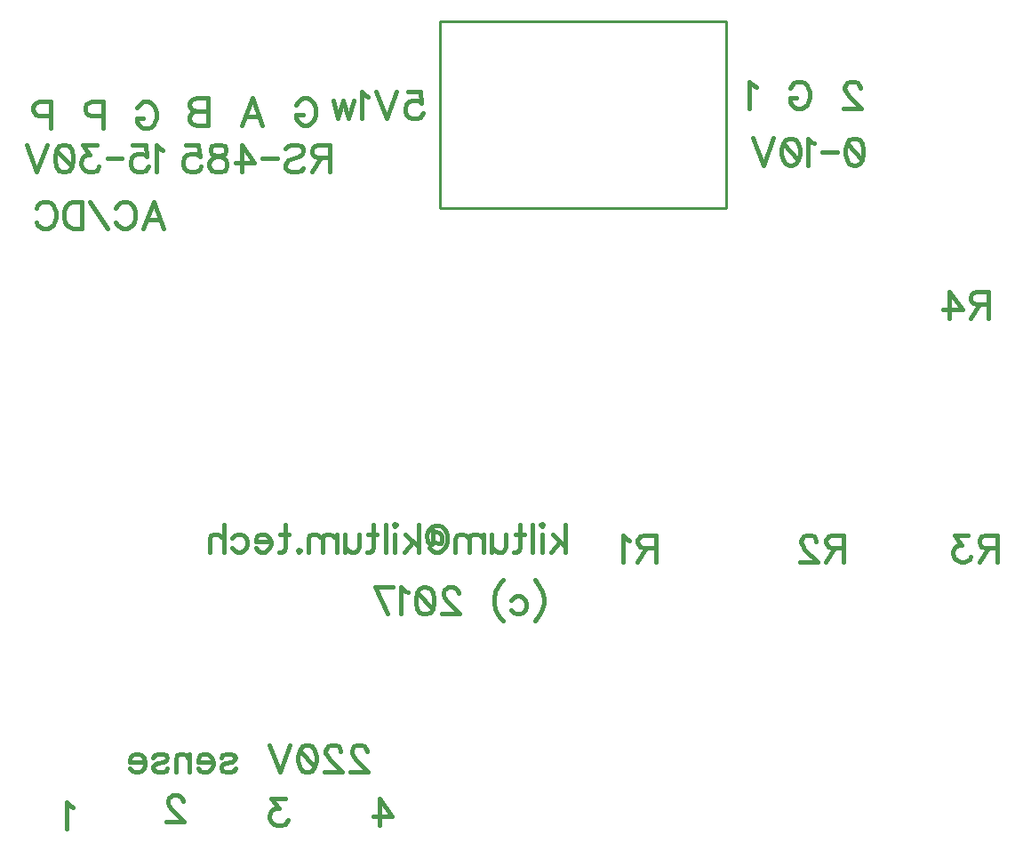
<source format=gbr>
%TF.GenerationSoftware,Novarm,DipTrace,3.0.0.2*%
%TF.CreationDate,2017-04-09T13:15:03+02:00*%
%FSLAX26Y26*%
%MOIN*%
%TF.FileFunction,Legend,Bot*%
%TF.Part,Single*%
%ADD21C,0.01*%
%ADD107C,0.015439*%
G75*
G01*
%LPD*%
X2081500Y3656500D2*
D21*
X3156500D1*
Y2956500D1*
X2081500D1*
Y3656500D1*
X705487Y711068D2*
D107*
X695871Y715932D1*
X681500Y730191D1*
Y629822D1*
X1118623Y731315D2*
Y736068D1*
X1113870Y745685D1*
X1109117Y750438D1*
X1099500Y755191D1*
X1080377D1*
X1070871Y750438D1*
X1066117Y745685D1*
X1061254Y736068D1*
Y726562D1*
X1066117Y716945D1*
X1075624Y702685D1*
X1123487Y654822D1*
X1056500D1*
X1501370Y742691D2*
X1448864D1*
X1477494Y704445D1*
X1463124D1*
X1453617Y699692D1*
X1448864Y694938D1*
X1444000Y680568D1*
Y671062D1*
X1448864Y656692D1*
X1458371Y647075D1*
X1472741Y642322D1*
X1487111D1*
X1501370Y647075D1*
X1506123Y651939D1*
X1510987Y661445D1*
X1855377Y642322D2*
Y742691D1*
X1903240Y675815D1*
X1831500D1*
X1808409Y918815D2*
Y923568D1*
X1803656Y933185D1*
X1798903Y937938D1*
X1789286Y942691D1*
X1770163D1*
X1760656Y937938D1*
X1755903Y933185D1*
X1751039Y923568D1*
Y914062D1*
X1755903Y904445D1*
X1765409Y890185D1*
X1813273Y842322D1*
X1746286D1*
X1710544Y918815D2*
Y923568D1*
X1705791Y933185D1*
X1701037Y937938D1*
X1691421Y942691D1*
X1672297D1*
X1662791Y937938D1*
X1658038Y933185D1*
X1653174Y923568D1*
Y914062D1*
X1658038Y904445D1*
X1667544Y890185D1*
X1715408Y842322D1*
X1648421D1*
X1588802Y942691D2*
X1603172Y937938D1*
X1612789Y923568D1*
X1617542Y899692D1*
Y885321D1*
X1612789Y861445D1*
X1603172Y847075D1*
X1588802Y842322D1*
X1579296D1*
X1564926Y847075D1*
X1555419Y861445D1*
X1550556Y885321D1*
Y899692D1*
X1555419Y923568D1*
X1564926Y937938D1*
X1579296Y942691D1*
X1588802D1*
X1555419Y923568D2*
X1612789Y861445D1*
X1519677Y942802D2*
X1481431Y842322D1*
X1443184Y942802D1*
X1262487Y894938D2*
X1267240Y904555D1*
X1281610Y909308D1*
X1295981D1*
X1310351Y904555D1*
X1315104Y894938D1*
X1310351Y885432D1*
X1300734Y880568D1*
X1276857Y875815D1*
X1267240Y871062D1*
X1262487Y861445D1*
Y856692D1*
X1267240Y847185D1*
X1281610Y842322D1*
X1295981D1*
X1310351Y847185D1*
X1315104Y856692D1*
X1231609Y880568D2*
X1174239D1*
Y890185D1*
X1178992Y899802D1*
X1183745Y904555D1*
X1193362Y909308D1*
X1207732D1*
X1217239Y904555D1*
X1226856Y894938D1*
X1231609Y880568D1*
Y871062D1*
X1226856Y856692D1*
X1217239Y847185D1*
X1207732Y842322D1*
X1193362D1*
X1183745Y847185D1*
X1174239Y856692D1*
X1143360Y909308D2*
Y842322D1*
Y890185D2*
X1128990Y904555D1*
X1119373Y909308D1*
X1105114D1*
X1095497Y904555D1*
X1090744Y890185D1*
Y842322D1*
X1007249Y894938D2*
X1012002Y904555D1*
X1026372Y909308D1*
X1040742D1*
X1055112Y904555D1*
X1059865Y894938D1*
X1055112Y885432D1*
X1045495Y880568D1*
X1021619Y875815D1*
X1012002Y871062D1*
X1007249Y861445D1*
Y856692D1*
X1012002Y847185D1*
X1026372Y842322D1*
X1040742D1*
X1055112Y847185D1*
X1059865Y856692D1*
X976370Y880568D2*
X919000D1*
Y890185D1*
X923754Y899802D1*
X928507Y904555D1*
X938124Y909308D1*
X952494D1*
X962000Y904555D1*
X971617Y894938D1*
X976370Y880568D1*
Y871062D1*
X971617Y856692D1*
X962000Y847185D1*
X952494Y842322D1*
X938124D1*
X928507Y847185D1*
X919000Y856692D1*
X2890853Y1682438D2*
X2847853D1*
X2833483Y1687302D1*
X2828619Y1692055D1*
X2823866Y1701562D1*
Y1711179D1*
X2828619Y1720685D1*
X2833483Y1725549D1*
X2847853Y1730302D1*
X2890853D1*
Y1629822D1*
X2857359Y1682438D2*
X2823866Y1629822D1*
X2792987Y1711068D2*
X2783371Y1715932D1*
X2769000Y1730191D1*
Y1629822D1*
X3596352Y1682438D2*
X3553353D1*
X3538983Y1687302D1*
X3534119Y1692055D1*
X3529366Y1701562D1*
Y1711179D1*
X3534119Y1720685D1*
X3538983Y1725549D1*
X3553353Y1730302D1*
X3596352D1*
Y1629822D1*
X3562859Y1682438D2*
X3529366Y1629822D1*
X3493623Y1706315D2*
Y1711068D1*
X3488870Y1720685D1*
X3484117Y1725438D1*
X3474500Y1730191D1*
X3455377D1*
X3445871Y1725438D1*
X3441117Y1720685D1*
X3436254Y1711068D1*
Y1701562D1*
X3441117Y1691945D1*
X3450624Y1677685D1*
X3498487Y1629822D1*
X3431500D1*
X4171352Y1682438D2*
X4128353D1*
X4113983Y1687302D1*
X4109119Y1692055D1*
X4104366Y1701562D1*
Y1711179D1*
X4109119Y1720685D1*
X4113983Y1725549D1*
X4128353Y1730302D1*
X4171352D1*
Y1629822D1*
X4137859Y1682438D2*
X4104366Y1629822D1*
X4063870Y1730191D2*
X4011364D1*
X4039994Y1691945D1*
X4025624D1*
X4016117Y1687192D1*
X4011364Y1682438D1*
X4006500Y1668068D1*
Y1658562D1*
X4011364Y1644192D1*
X4020871Y1634575D1*
X4035241Y1629822D1*
X4049611D1*
X4063870Y1634575D1*
X4068623Y1639439D1*
X4073487Y1648945D1*
X4138605Y2594938D2*
X4095606D1*
X4081236Y2599802D1*
X4076372Y2604555D1*
X4071619Y2614062D1*
Y2623679D1*
X4076372Y2633185D1*
X4081236Y2638049D1*
X4095606Y2642802D1*
X4138605D1*
Y2542322D1*
X4105112Y2594938D2*
X4071619Y2542322D1*
X3992877D2*
Y2642691D1*
X4040740Y2575815D1*
X3969000D1*
X946635Y3331425D2*
X951388Y3340932D1*
X961005Y3350549D1*
X970511Y3355302D1*
X989634D1*
X999251Y3350549D1*
X1008758Y3340932D1*
X1013621Y3331425D1*
X1018375Y3317055D1*
Y3293068D1*
X1013621Y3278809D1*
X1008758Y3269192D1*
X999251Y3259685D1*
X989634Y3254822D1*
X970511D1*
X961005Y3259685D1*
X951388Y3269192D1*
X946635Y3278809D1*
Y3293068D1*
X970511D1*
X818554Y3302685D2*
X775444D1*
X761184Y3307438D1*
X756321Y3312302D1*
X751568Y3321808D1*
Y3336179D1*
X756321Y3345685D1*
X761184Y3350549D1*
X775444Y3355302D1*
X818554D1*
Y3254822D1*
X623487Y3302685D2*
X580377D1*
X566117Y3307438D1*
X561254Y3312302D1*
X556500Y3321808D1*
Y3336179D1*
X561254Y3345685D1*
X566117Y3350549D1*
X580377Y3355302D1*
X623487D1*
Y3254822D1*
X1042602Y3173568D2*
X1032986Y3178432D1*
X1018616Y3192691D1*
Y3092322D1*
X930367Y3192691D2*
X978120D1*
X982873Y3149692D1*
X978120Y3154445D1*
X963750Y3159308D1*
X949491D1*
X935120Y3154445D1*
X925504Y3144938D1*
X920750Y3130568D1*
Y3121062D1*
X925504Y3106692D1*
X935120Y3097075D1*
X949491Y3092322D1*
X963750D1*
X978120Y3097075D1*
X982873Y3101939D1*
X987737Y3111445D1*
X889872Y3142507D2*
X834602D1*
X794107Y3192691D2*
X741601D1*
X770230Y3154445D1*
X755860D1*
X746354Y3149692D1*
X741601Y3144938D1*
X736737Y3130568D1*
Y3121062D1*
X741601Y3106692D1*
X751107Y3097075D1*
X765477Y3092322D1*
X779847D1*
X794107Y3097075D1*
X798860Y3101939D1*
X803724Y3111445D1*
X677119Y3192691D2*
X691489Y3187938D1*
X701105Y3173568D1*
X705859Y3149692D1*
Y3135321D1*
X701105Y3111445D1*
X691489Y3097075D1*
X677119Y3092322D1*
X667612D1*
X653242Y3097075D1*
X643736Y3111445D1*
X638872Y3135321D1*
Y3149692D1*
X643736Y3173568D1*
X653242Y3187938D1*
X667612Y3192691D1*
X677119D1*
X643736Y3173568D2*
X701105Y3111445D1*
X607993Y3192802D2*
X569747Y3092322D1*
X531500Y3192802D1*
X969967Y2879822D2*
X1008325Y2980302D1*
X1046571Y2879822D1*
X1032201Y2913315D2*
X984338D1*
X867349Y2956425D2*
X872102Y2965932D1*
X881719Y2975549D1*
X891226Y2980302D1*
X910349D1*
X919966Y2975549D1*
X929472Y2965932D1*
X934336Y2956425D1*
X939089Y2942055D1*
Y2918068D1*
X934336Y2903809D1*
X929472Y2894192D1*
X919966Y2884685D1*
X910349Y2879822D1*
X891226D1*
X881719Y2884685D1*
X872102Y2894192D1*
X867349Y2903809D1*
X836471Y2879822D2*
X769484Y2980191D1*
X738605Y2980302D2*
Y2879822D1*
X705112D1*
X690742Y2884685D1*
X681125Y2894192D1*
X676372Y2903809D1*
X671619Y2918068D1*
Y2942055D1*
X676372Y2956425D1*
X681125Y2965932D1*
X690742Y2975549D1*
X705112Y2980302D1*
X738605D1*
X569000Y2956425D2*
X573754Y2965932D1*
X583371Y2975549D1*
X592877Y2980302D1*
X612000D1*
X621617Y2975549D1*
X631123Y2965932D1*
X635987Y2956425D1*
X640740Y2942055D1*
Y2918068D1*
X635987Y2903809D1*
X631123Y2894192D1*
X621617Y2884685D1*
X612000Y2879822D1*
X592877D1*
X583371Y2884685D1*
X573754Y2894192D1*
X569000Y2903809D1*
X1543752Y3343925D2*
X1548505Y3353432D1*
X1558122Y3363049D1*
X1567628Y3367802D1*
X1586751D1*
X1596368Y3363049D1*
X1605875Y3353432D1*
X1610738Y3343925D1*
X1615491Y3329555D1*
Y3305568D1*
X1610738Y3291309D1*
X1605875Y3281692D1*
X1596368Y3272185D1*
X1586751Y3267322D1*
X1567628D1*
X1558122Y3272185D1*
X1548505Y3281692D1*
X1543752Y3291309D1*
Y3305568D1*
X1567628D1*
X1339068Y3267322D2*
X1377425Y3367802D1*
X1415671Y3267322D1*
X1401301Y3300815D2*
X1353438D1*
X1210987Y3367802D2*
Y3267322D1*
X1167877D1*
X1153507Y3272185D1*
X1148754Y3276939D1*
X1144000Y3286445D1*
Y3300815D1*
X1148754Y3310432D1*
X1153507Y3315185D1*
X1167877Y3319938D1*
X1153507Y3324802D1*
X1148754Y3329555D1*
X1144000Y3339062D1*
Y3348679D1*
X1148754Y3358185D1*
X1153507Y3363049D1*
X1167877Y3367802D1*
X1210987D1*
Y3319938D2*
X1167877D1*
X1668238Y3144938D2*
X1625239D1*
X1610869Y3149802D1*
X1606005Y3154555D1*
X1601252Y3164062D1*
Y3173679D1*
X1606005Y3183185D1*
X1610869Y3188049D1*
X1625239Y3192802D1*
X1668238D1*
Y3092322D1*
X1634745Y3144938D2*
X1601252Y3092322D1*
X1503387Y3178432D2*
X1512893Y3188049D1*
X1527263Y3192802D1*
X1546386D1*
X1560756Y3188049D1*
X1570373Y3178432D1*
Y3168925D1*
X1565510Y3159308D1*
X1560756Y3154555D1*
X1551250Y3149802D1*
X1522510Y3140185D1*
X1512893Y3135432D1*
X1508140Y3130568D1*
X1503387Y3121062D1*
Y3106692D1*
X1512893Y3097185D1*
X1527263Y3092322D1*
X1546386D1*
X1560756Y3097185D1*
X1570373Y3106692D1*
X1472508Y3142507D2*
X1417239D1*
X1338497Y3092322D2*
Y3192691D1*
X1386360Y3125815D1*
X1314620D1*
X1259865Y3192691D2*
X1274125Y3187938D1*
X1278989Y3178432D1*
Y3168815D1*
X1274125Y3159308D1*
X1264619Y3154445D1*
X1245495Y3149692D1*
X1231125Y3144938D1*
X1221619Y3135321D1*
X1216866Y3125815D1*
Y3111445D1*
X1221619Y3101939D1*
X1226372Y3097075D1*
X1240742Y3092322D1*
X1259865D1*
X1274125Y3097075D1*
X1278989Y3101939D1*
X1283742Y3111445D1*
Y3125815D1*
X1278989Y3135321D1*
X1269372Y3144938D1*
X1255112Y3149692D1*
X1235989Y3154445D1*
X1226372Y3159308D1*
X1221619Y3168815D1*
Y3178432D1*
X1226372Y3187938D1*
X1240742Y3192691D1*
X1259865D1*
X1128617D2*
X1176370D1*
X1181123Y3149692D1*
X1176370Y3154445D1*
X1162000Y3159308D1*
X1147741D1*
X1133371Y3154445D1*
X1123754Y3144938D1*
X1119000Y3130568D1*
Y3121062D1*
X1123754Y3106692D1*
X1133371Y3097075D1*
X1147741Y3092322D1*
X1162000D1*
X1176370Y3097075D1*
X1181123Y3101939D1*
X1185987Y3111445D1*
X1960726Y3392691D2*
X2008479D1*
X2013232Y3349692D1*
X2008479Y3354445D1*
X1994109Y3359308D1*
X1979849D1*
X1965479Y3354445D1*
X1955862Y3344938D1*
X1951109Y3330568D1*
Y3321062D1*
X1955862Y3306692D1*
X1965479Y3297075D1*
X1979849Y3292322D1*
X1994109D1*
X2008479Y3297075D1*
X2013232Y3301939D1*
X2018096Y3311445D1*
X1920230Y3392802D2*
X1881984Y3292322D1*
X1843737Y3392802D1*
X1812859Y3373568D2*
X1803242Y3378432D1*
X1788872Y3392691D1*
Y3292322D1*
X1757993Y3359308D2*
X1738870Y3292322D1*
X1719747Y3359308D1*
X1700624Y3292322D1*
X1681500Y3359308D1*
X3658011Y3406315D2*
Y3411068D1*
X3653258Y3420685D1*
X3648505Y3425438D1*
X3638888Y3430191D1*
X3619765D1*
X3610258Y3425438D1*
X3605505Y3420685D1*
X3600641Y3411068D1*
Y3401562D1*
X3605505Y3391945D1*
X3615011Y3377685D1*
X3662875Y3329822D1*
X3595888D1*
X3396068Y3406425D2*
X3400821Y3415932D1*
X3410438Y3425549D1*
X3419944Y3430302D1*
X3439068D1*
X3448684Y3425549D1*
X3458191Y3415932D1*
X3463055Y3406425D1*
X3467808Y3392055D1*
Y3368068D1*
X3463055Y3353809D1*
X3458191Y3344192D1*
X3448684Y3334685D1*
X3439068Y3329822D1*
X3419944D1*
X3410438Y3334685D1*
X3400821Y3344192D1*
X3396068Y3353809D1*
Y3368068D1*
X3419944D1*
X3267987Y3411068D2*
X3258371Y3415932D1*
X3244000Y3430191D1*
Y3329822D1*
X3640997Y3217691D2*
X3655367Y3212938D1*
X3664984Y3198568D1*
X3669737Y3174692D1*
Y3160321D1*
X3664984Y3136445D1*
X3655367Y3122075D1*
X3640997Y3117322D1*
X3631491D1*
X3617121Y3122075D1*
X3607614Y3136445D1*
X3602751Y3160321D1*
Y3174692D1*
X3607614Y3198568D1*
X3617121Y3212938D1*
X3631491Y3217691D1*
X3640997D1*
X3607614Y3198568D2*
X3664984Y3136445D1*
X3571872Y3167507D2*
X3516603D1*
X3485724Y3198568D2*
X3476107Y3203432D1*
X3461737Y3217691D1*
Y3117322D1*
X3402119Y3217691D2*
X3416489Y3212938D1*
X3426105Y3198568D1*
X3430859Y3174692D1*
Y3160321D1*
X3426105Y3136445D1*
X3416489Y3122075D1*
X3402119Y3117322D1*
X3392612D1*
X3378242Y3122075D1*
X3368736Y3136445D1*
X3363872Y3160321D1*
Y3174692D1*
X3368736Y3198568D1*
X3378242Y3212938D1*
X3392612Y3217691D1*
X3402119D1*
X3368736Y3198568D2*
X3426105Y3136445D1*
X3332993Y3217802D2*
X3294747Y3117322D1*
X3256500Y3217802D1*
X2552639Y1767802D2*
Y1667322D1*
X2504775Y1734308D2*
X2552639Y1686445D1*
X2533515Y1705568D2*
X2500022Y1667322D1*
X2469144Y1767802D2*
X2464390Y1763049D1*
X2459527Y1767802D1*
X2464390Y1772665D1*
X2469144Y1767802D1*
X2464390Y1734308D2*
Y1667322D1*
X2428648Y1767802D2*
Y1667322D1*
X2383400Y1767802D2*
Y1686445D1*
X2378646Y1672185D1*
X2369030Y1667322D1*
X2359523D1*
X2397770Y1734308D2*
X2364276D1*
X2328645D2*
Y1686445D1*
X2323891Y1672185D1*
X2314275Y1667322D1*
X2299905D1*
X2290398Y1672185D1*
X2276028Y1686445D1*
Y1734308D2*
Y1667322D1*
X2245150Y1734308D2*
Y1667322D1*
Y1715185D2*
X2230780Y1729555D1*
X2221163Y1734308D1*
X2206903D1*
X2197286Y1729555D1*
X2192533Y1715185D1*
Y1667322D1*
Y1715185D2*
X2178163Y1729555D1*
X2168546Y1734308D1*
X2154286D1*
X2144670Y1729555D1*
X2139806Y1715185D1*
Y1667322D1*
X2056311Y1743815D2*
X2070681D1*
X2080187Y1739062D1*
X2085051Y1734308D1*
X2089804Y1724692D1*
Y1705568D1*
X2085051Y1700815D1*
X2075434D1*
X2056311Y1705568D1*
X2051558Y1696062D1*
X2046804D1*
X2037188Y1705568D1*
X2032434Y1729445D1*
X2037188Y1743815D1*
X2041941Y1753432D1*
X2051558Y1762938D1*
X2061064Y1767691D1*
X2080187D1*
X2089804Y1762938D1*
X2099310Y1753432D1*
X2104174Y1743815D1*
X2108927Y1729445D1*
Y1705568D1*
X2104174Y1691198D1*
X2099310Y1681692D1*
X2089804Y1672075D1*
X2080187Y1667322D1*
X2061064D1*
X2051558Y1672075D1*
X2041941Y1681692D1*
X2056311Y1748568D2*
Y1705568D1*
X2001556Y1767802D2*
Y1667322D1*
X1953692Y1734308D2*
X2001556Y1686445D1*
X1982433Y1705568D2*
X1948939Y1667322D1*
X1918061Y1767802D2*
X1913308Y1763049D1*
X1908444Y1767802D1*
X1913308Y1772665D1*
X1918061Y1767802D1*
X1913308Y1734308D2*
Y1667322D1*
X1877565Y1767802D2*
Y1667322D1*
X1832317Y1767802D2*
Y1686445D1*
X1827564Y1672185D1*
X1817947Y1667322D1*
X1808440D1*
X1846687Y1734308D2*
X1813194D1*
X1777562D2*
Y1686445D1*
X1772809Y1672185D1*
X1763192Y1667322D1*
X1748822D1*
X1739315Y1672185D1*
X1724945Y1686445D1*
Y1734308D2*
Y1667322D1*
X1694067Y1734308D2*
Y1667322D1*
Y1715185D2*
X1679697Y1729555D1*
X1670080Y1734308D1*
X1655820D1*
X1646203Y1729555D1*
X1641450Y1715185D1*
Y1667322D1*
Y1715185D2*
X1627080Y1729555D1*
X1617463Y1734308D1*
X1603204D1*
X1593587Y1729555D1*
X1588723Y1715185D1*
Y1667322D1*
X1553091Y1676939D2*
X1557845Y1672075D1*
X1553091Y1667322D1*
X1548228Y1672075D1*
X1553091Y1676939D1*
X1502979Y1767802D2*
Y1686445D1*
X1498226Y1672185D1*
X1488609Y1667322D1*
X1479103D1*
X1517349Y1734308D2*
X1483856D1*
X1448224Y1705568D2*
X1390854D1*
Y1715185D1*
X1395608Y1724802D1*
X1400361Y1729555D1*
X1409978Y1734308D1*
X1424348D1*
X1433854Y1729555D1*
X1443471Y1719938D1*
X1448224Y1705568D1*
Y1696062D1*
X1443471Y1681692D1*
X1433854Y1672185D1*
X1424348Y1667322D1*
X1409978D1*
X1400361Y1672185D1*
X1390854Y1681692D1*
X1302496Y1719938D2*
X1312112Y1729555D1*
X1321729Y1734308D1*
X1335989D1*
X1345606Y1729555D1*
X1355112Y1719938D1*
X1359976Y1705568D1*
Y1696062D1*
X1355112Y1681692D1*
X1345606Y1672185D1*
X1335989Y1667322D1*
X1321729D1*
X1312112Y1672185D1*
X1302496Y1681692D1*
X1271617Y1767802D2*
Y1667322D1*
Y1715185D2*
X1257247Y1729555D1*
X1247630Y1734308D1*
X1233260D1*
X1223754Y1729555D1*
X1219000Y1715185D1*
Y1667322D1*
X2437613Y1561280D2*
X2447230Y1551774D1*
X2456736Y1537404D1*
X2466353Y1518281D1*
X2471107Y1494294D1*
Y1475170D1*
X2466353Y1451294D1*
X2456736Y1432171D1*
X2447230Y1417801D1*
X2437613Y1408294D1*
X2349254Y1487219D2*
X2358871Y1496836D1*
X2368488Y1501589D1*
X2382748D1*
X2392365Y1496836D1*
X2401871Y1487219D1*
X2406735Y1472849D1*
Y1463343D1*
X2401871Y1448973D1*
X2392365Y1439466D1*
X2382748Y1434603D1*
X2368488D1*
X2358871Y1439466D1*
X2349254Y1448973D1*
X2318376Y1561280D2*
X2308759Y1551774D1*
X2299253Y1537404D1*
X2289636Y1518281D1*
X2284883Y1494294D1*
Y1475170D1*
X2289636Y1451294D1*
X2299253Y1432171D1*
X2308759Y1417801D1*
X2318376Y1408294D1*
X2151938Y1511096D2*
Y1515849D1*
X2147185Y1525466D1*
X2142432Y1530219D1*
X2132815Y1534972D1*
X2113692D1*
X2104186Y1530219D1*
X2099432Y1525466D1*
X2094569Y1515849D1*
Y1506342D1*
X2099432Y1496726D1*
X2108939Y1482466D1*
X2156802Y1434603D1*
X2089815D1*
X2030197Y1534972D2*
X2044567Y1530219D1*
X2054184Y1515849D1*
X2058937Y1491972D1*
Y1477602D1*
X2054184Y1453726D1*
X2044567Y1439356D1*
X2030197Y1434603D1*
X2020690D1*
X2006320Y1439356D1*
X1996814Y1453726D1*
X1991950Y1477602D1*
Y1491972D1*
X1996814Y1515849D1*
X2006320Y1530219D1*
X2020690Y1534972D1*
X2030197D1*
X1996814Y1515849D2*
X2054184Y1453726D1*
X1961072Y1515849D2*
X1951455Y1520713D1*
X1937085Y1534972D1*
Y1434603D1*
X1887083D2*
X1839220Y1534972D1*
X1906206D1*
M02*

</source>
